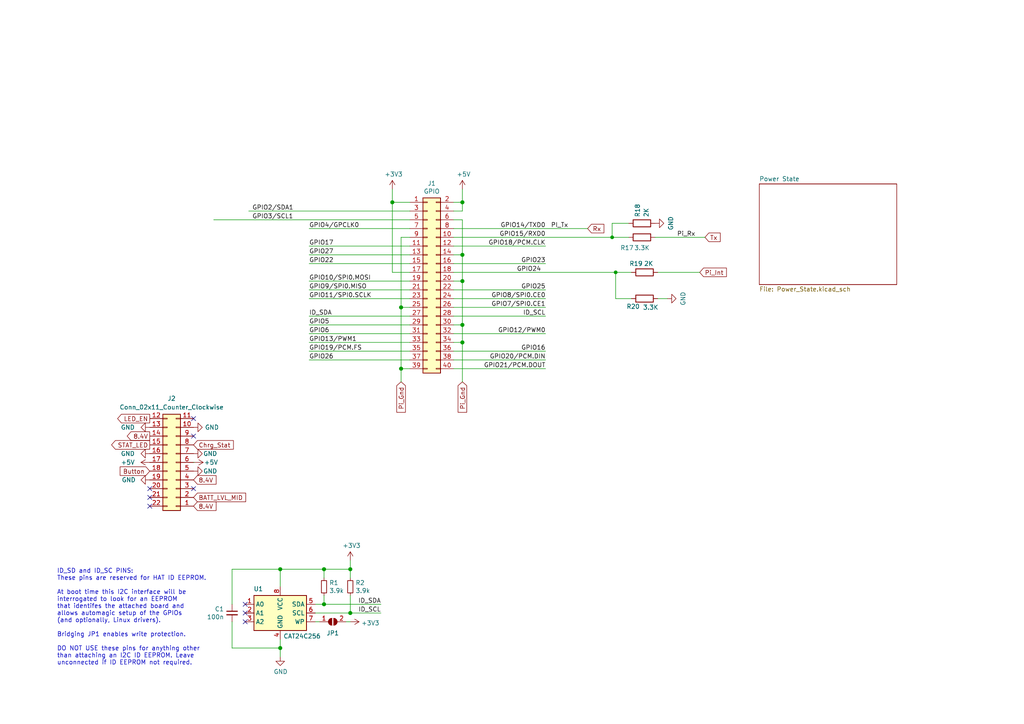
<source format=kicad_sch>
(kicad_sch (version 20230121) (generator eeschema)
  (paper "A4")
  (title_block (title "OpenActionCam") (date "2025-04-10") (rev "0.2") (company "KBader94") (comment 1 "https://github.com/kbader94/OpenActionCam"))
  (lib_symbols
    (symbol "+5V_1" (power) (pin_names (offset 0))
      (property "Value" "+5V_1" (at 0 3.556 0))
      (symbol "+5V_1_0_1"
        (polyline (pts (xy -0.762 1.27) (xy 0 2.54)))
        (polyline (pts (xy 0 0) (xy 0 2.54)))
        (polyline (pts (xy 0 2.54) (xy 0.762 1.27)))
      )
      (symbol "+5V_1_1_1"
        (pin power_in line (at 0 0 90) (length 0) hide (name "+5V") (number "1"))
      )
    )
    (symbol "Connector_Generic:Conn_02x11_Counter_Clockwise" (pin_names (offset 1.016) hide)
      (property "Reference" "J" (at 1.27 15.24 0))
      (property "Value" "Conn_02x11_Counter_Clockwise" (at 1.27 -15.24 0))
      (symbol "Conn_02x11_Counter_Clockwise_1_1"
        (rectangle (start -1.27 -12.573) (end 0 -12.827) (stroke (width 0.1524)))
        (rectangle (start -1.27 -10.033) (end 0 -10.287) (stroke (width 0.1524)))
        (rectangle (start -1.27 -7.493) (end 0 -7.747) (stroke (width 0.1524)))
        (rectangle (start -1.27 -4.953) (end 0 -5.207) (stroke (width 0.1524)))
        (rectangle (start -1.27 -2.413) (end 0 -2.667) (stroke (width 0.1524)))
        (rectangle (start -1.27 0.127) (end 0 -0.127) (stroke (width 0.1524)))
        (rectangle (start -1.27 2.667) (end 0 2.413) (stroke (width 0.1524)))
        (rectangle (start -1.27 5.207) (end 0 4.953) (stroke (width 0.1524)))
        (rectangle (start -1.27 7.747) (end 0 7.493) (stroke (width 0.1524)))
        (rectangle (start -1.27 10.287) (end 0 10.033) (stroke (width 0.1524)))
        (rectangle (start -1.27 12.827) (end 0 12.573) (stroke (width 0.1524)))
        (rectangle (start -1.27 13.97) (end 3.81 -13.97) (stroke (width 0.254)) (fill (type background)))
        (rectangle (start 3.81 -12.573) (end 2.54 -12.827) (stroke (width 0.1524)))
        (rectangle (start 3.81 -10.033) (end 2.54 -10.287) (stroke (width 0.1524)))
        (rectangle (start 3.81 -7.493) (end 2.54 -7.747) (stroke (width 0.1524)))
        (rectangle (start 3.81 -4.953) (end 2.54 -5.207) (stroke (width 0.1524)))
        (rectangle (start 3.81 -2.413) (end 2.54 -2.667) (stroke (width 0.1524)))
        (rectangle (start 3.81 0.127) (end 2.54 -0.127) (stroke (width 0.1524)))
        (rectangle (start 3.81 2.667) (end 2.54 2.413) (stroke (width 0.1524)))
        (rectangle (start 3.81 5.207) (end 2.54 4.953) (stroke (width 0.1524)))
        (rectangle (start 3.81 7.747) (end 2.54 7.493) (stroke (width 0.1524)))
        (rectangle (start 3.81 10.287) (end 2.54 10.033) (stroke (width 0.1524)))
        (rectangle (start 3.81 12.827) (end 2.54 12.573) (stroke (width 0.1524)))
        (pin passive line (at -5.08 12.7 0) (length 3.81) (name "Pin_1") (number "1"))
        (pin passive line (at -5.08 -10.16 0) (length 3.81) (name "Pin_10") (number "10"))
        (pin passive line (at -5.08 -12.7 0) (length 3.81) (name "Pin_11") (number "11"))
        (pin passive line (at 7.62 -12.7 180) (length 3.81) (name "Pin_12") (number "12"))
        (pin passive line (at 7.62 -10.16 180) (length 3.81) (name "Pin_13") (number "13"))
        (pin passive line (at 7.62 -7.62 180) (length 3.81) (name "Pin_14") (number "14"))
        (pin passive line (at 7.62 -5.08 180) (length 3.81) (name "Pin_15") (number "15"))
        (pin passive line (at 7.62 -2.54 180) (length 3.81) (name "Pin_16") (number "16"))
        (pin passive line (at 7.62 0 180) (length 3.81) (name "Pin_17") (number "17"))
        (pin passive line (at 7.62 2.54 180) (length 3.81) (name "Pin_18") (number "18"))
        (pin passive line (at 7.62 5.08 180) (length 3.81) (name "Pin_19") (number "19"))
        (pin passive line (at -5.08 10.16 0) (length 3.81) (name "Pin_2") (number "2"))
        (pin passive line (at 7.62 7.62 180) (length 3.81) (name "Pin_20") (number "20"))
        (pin passive line (at 7.62 10.16 180) (length 3.81) (name "Pin_21") (number "21"))
        (pin passive line (at 7.62 12.7 180) (length 3.81) (name "Pin_22") (number "22"))
        (pin passive line (at -5.08 7.62 0) (length 3.81) (name "Pin_3") (number "3"))
        (pin passive line (at -5.08 5.08 0) (length 3.81) (name "Pin_4") (number "4"))
        (pin passive line (at -5.08 2.54 0) (length 3.81) (name "Pin_5") (number "5"))
        (pin passive line (at -5.08 0 0) (length 3.81) (name "Pin_6") (number "6"))
        (pin passive line (at -5.08 -2.54 0) (length 3.81) (name "Pin_7") (number "7"))
        (pin passive line (at -5.08 -5.08 0) (length 3.81) (name "Pin_8") (number "8"))
        (pin passive line (at -5.08 -7.62 0) (length 3.81) (name "Pin_9") (number "9"))
      )
    )
    (symbol "Connector_Generic:Conn_02x20_Odd_Even" (pin_names (offset 1.016) hide)
      (property "Reference" "J" (at 1.27 25.4 0))
      (property "Value" "Conn_02x20_Odd_Even" (at 1.27 -27.94 0))
      (symbol "Conn_02x20_Odd_Even_1_1"
        (rectangle (start -1.27 -25.273) (end 0 -25.527) (stroke (width 0.1524)))
        (rectangle (start -1.27 -22.733) (end 0 -22.987) (stroke (width 0.1524)))
        (rectangle (start -1.27 -20.193) (end 0 -20.447) (stroke (width 0.1524)))
        (rectangle (start -1.27 -17.653) (end 0 -17.907) (stroke (width 0.1524)))
        (rectangle (start -1.27 -15.113) (end 0 -15.367) (stroke (width 0.1524)))
        (rectangle (start -1.27 -12.573) (end 0 -12.827) (stroke (width 0.1524)))
        (rectangle (start -1.27 -10.033) (end 0 -10.287) (stroke (width 0.1524)))
        (rectangle (start -1.27 -7.493) (end 0 -7.747) (stroke (width 0.1524)))
        (rectangle (start -1.27 -4.953) (end 0 -5.207) (stroke (width 0.1524)))
        (rectangle (start -1.27 -2.413) (end 0 -2.667) (stroke (width 0.1524)))
        (rectangle (start -1.27 0.127) (end 0 -0.127) (stroke (width 0.1524)))
        (rectangle (start -1.27 2.667) (end 0 2.413) (stroke (width 0.1524)))
        (rectangle (start -1.27 5.207) (end 0 4.953) (stroke (width 0.1524)))
        (rectangle (start -1.27 7.747) (end 0 7.493) (stroke (width 0.1524)))
        (rectangle (start -1.27 10.287) (end 0 10.033) (stroke (width 0.1524)))
        (rectangle (start -1.27 12.827) (end 0 12.573) (stroke (width 0.1524)))
        (rectangle (start -1.27 15.367) (end 0 15.113) (stroke (width 0.1524)))
        (rectangle (start -1.27 17.907) (end 0 17.653) (stroke (width 0.1524)))
        (rectangle (start -1.27 20.447) (end 0 20.193) (stroke (width 0.1524)))
        (rectangle (start -1.27 22.987) (end 0 22.733) (stroke (width 0.1524)))
        (rectangle (start -1.27 24.13) (end 3.81 -26.67) (stroke (width 0.254)) (fill (type background)))
        (rectangle (start 3.81 -25.273) (end 2.54 -25.527) (stroke (width 0.1524)))
        (rectangle (start 3.81 -22.733) (end 2.54 -22.987) (stroke (width 0.1524)))
        (rectangle (start 3.81 -20.193) (end 2.54 -20.447) (stroke (width 0.1524)))
        (rectangle (start 3.81 -17.653) (end 2.54 -17.907) (stroke (width 0.1524)))
        (rectangle (start 3.81 -15.113) (end 2.54 -15.367) (stroke (width 0.1524)))
        (rectangle (start 3.81 -12.573) (end 2.54 -12.827) (stroke (width 0.1524)))
        (rectangle (start 3.81 -10.033) (end 2.54 -10.287) (stroke (width 0.1524)))
        (rectangle (start 3.81 -7.493) (end 2.54 -7.747) (stroke (width 0.1524)))
        (rectangle (start 3.81 -4.953) (end 2.54 -5.207) (stroke (width 0.1524)))
        (rectangle (start 3.81 -2.413) (end 2.54 -2.667) (stroke (width 0.1524)))
        (rectangle (start 3.81 0.127) (end 2.54 -0.127) (stroke (width 0.1524)))
        (rectangle (start 3.81 2.667) (end 2.54 2.413) (stroke (width 0.1524)))
        (rectangle (start 3.81 5.207) (end 2.54 4.953) (stroke (width 0.1524)))
        (rectangle (start 3.81 7.747) (end 2.54 7.493) (stroke (width 0.1524)))
        (rectangle (start 3.81 10.287) (end 2.54 10.033) (stroke (width 0.1524)))
        (rectangle (start 3.81 12.827) (end 2.54 12.573) (stroke (width 0.1524)))
        (rectangle (start 3.81 15.367) (end 2.54 15.113) (stroke (width 0.1524)))
        (rectangle (start 3.81 17.907) (end 2.54 17.653) (stroke (width 0.1524)))
        (rectangle (start 3.81 20.447) (end 2.54 20.193) (stroke (width 0.1524)))
        (rectangle (start 3.81 22.987) (end 2.54 22.733) (stroke (width 0.1524)))
        (pin passive line (at -5.08 22.86 0) (length 3.81) (name "Pin_1") (number "1"))
        (pin passive line (at 7.62 12.7 180) (length 3.81) (name "Pin_10") (number "10"))
        (pin passive line (at -5.08 10.16 0) (length 3.81) (name "Pin_11") (number "11"))
        (pin passive line (at 7.62 10.16 180) (length 3.81) (name "Pin_12") (number "12"))
        (pin passive line (at -5.08 7.62 0) (length 3.81) (name "Pin_13") (number "13"))
        (pin passive line (at 7.62 7.62 180) (length 3.81) (name "Pin_14") (number "14"))
        (pin passive line (at -5.08 5.08 0) (length 3.81) (name "Pin_15") (number "15"))
        (pin passive line (at 7.62 5.08 180) (length 3.81) (name "Pin_16") (number "16"))
        (pin passive line (at -5.08 2.54 0) (length 3.81) (name "Pin_17") (number "17"))
        (pin passive line (at 7.62 2.54 180) (length 3.81) (name "Pin_18") (number "18"))
        (pin passive line (at -5.08 0 0) (length 3.81) (name "Pin_19") (number "19"))
        (pin passive line (at 7.62 22.86 180) (length 3.81) (name "Pin_2") (number "2"))
        (pin passive line (at 7.62 0 180) (length 3.81) (name "Pin_20") (number "20"))
        (pin passive line (at -5.08 -2.54 0) (length 3.81) (name "Pin_21") (number "21"))
        (pin passive line (at 7.62 -2.54 180) (length 3.81) (name "Pin_22") (number "22"))
        (pin passive line (at -5.08 -5.08 0) (length 3.81) (name "Pin_23") (number "23"))
        (pin passive line (at 7.62 -5.08 180) (length 3.81) (name "Pin_24") (number "24"))
        (pin passive line (at -5.08 -7.62 0) (length 3.81) (name "Pin_25") (number "25"))
        (pin passive line (at 7.62 -7.62 180) (length 3.81) (name "Pin_26") (number "26"))
        (pin passive line (at -5.08 -10.16 0) (length 3.81) (name "Pin_27") (number "27"))
        (pin passive line (at 7.62 -10.16 180) (length 3.81) (name "Pin_28") (number "28"))
        (pin passive line (at -5.08 -12.7 0) (length 3.81) (name "Pin_29") (number "29"))
        (pin passive line (at -5.08 20.32 0) (length 3.81) (name "Pin_3") (number "3"))
        (pin passive line (at 7.62 -12.7 180) (length 3.81) (name "Pin_30") (number "30"))
        (pin passive line (at -5.08 -15.24 0) (length 3.81) (name "Pin_31") (number "31"))
        (pin passive line (at 7.62 -15.24 180) (length 3.81) (name "Pin_32") (number "32"))
        (pin passive line (at -5.08 -17.78 0) (length 3.81) (name "Pin_33") (number "33"))
        (pin passive line (at 7.62 -17.78 180) (length 3.81) (name "Pin_34") (number "34"))
        (pin passive line (at -5.08 -20.32 0) (length 3.81) (name "Pin_35") (number "35"))
        (pin passive line (at 7.62 -20.32 180) (length 3.81) (name "Pin_36") (number "36"))
        (pin passive line (at -5.08 -22.86 0) (length 3.81) (name "Pin_37") (number "37"))
        (pin passive line (at 7.62 -22.86 180) (length 3.81) (name "Pin_38") (number "38"))
        (pin passive line (at -5.08 -25.4 0) (length 3.81) (name "Pin_39") (number "39"))
        (pin passive line (at 7.62 20.32 180) (length 3.81) (name "Pin_4") (number "4"))
        (pin passive line (at 7.62 -25.4 180) (length 3.81) (name "Pin_40") (number "40"))
        (pin passive line (at -5.08 17.78 0) (length 3.81) (name "Pin_5") (number "5"))
        (pin passive line (at 7.62 17.78 180) (length 3.81) (name "Pin_6") (number "6"))
        (pin passive line (at -5.08 15.24 0) (length 3.81) (name "Pin_7") (number "7"))
        (pin passive line (at 7.62 15.24 180) (length 3.81) (name "Pin_8") (number "8"))
        (pin passive line (at -5.08 12.7 0) (length 3.81) (name "Pin_9") (number "9"))
      )
    )
    (symbol "Device:C_Small" (pin_numbers hide) (pin_names (offset 0.254) hide)
      (property "Reference" "C" (at 0.254 1.778 0))
      (property "Value" "C_Small" (at 0.254 -2.032 0))
      (symbol "C_Small_0_1"
        (polyline (pts (xy -1.524 -0.508) (xy 1.524 -0.508)) (stroke (width 0.3302)))
        (polyline (pts (xy -1.524 0.508) (xy 1.524 0.508)) (stroke (width 0.3048)))
      )
      (symbol "C_Small_1_1"
        (pin passive line (at 0 2.54 270) (length 2.032) (name "~") (number "1"))
        (pin passive line (at 0 -2.54 90) (length 2.032) (name "~") (number "2"))
      )
    )
    (symbol "Device:R" (pin_numbers hide) (pin_names (offset 0))
      (property "Reference" "R" (at 2.032 0 90))
      (property "Value" "R" (at 0 0 90))
      (symbol "R_0_1"
        (rectangle (start -1.016 -2.54) (end 1.016 2.54) (stroke (width 0.254)))
      )
      (symbol "R_1_1"
        (pin passive line (at 0 3.81 270) (length 1.27) (name "~") (number "1"))
        (pin passive line (at 0 -3.81 90) (length 1.27) (name "~") (number "2"))
      )
    )
    (symbol "Device:R_Small" (pin_numbers hide) (pin_names (offset 0.254) hide)
      (property "Reference" "R" (at 0.762 0.508 0))
      (property "Value" "R_Small" (at 0.762 -1.016 0))
      (symbol "R_Small_0_1"
        (rectangle (start -0.762 1.778) (end 0.762 -1.778) (stroke (width 0.2032)))
      )
      (symbol "R_Small_1_1"
        (pin passive line (at 0 2.54 270) (length 0.762) (name "~") (number "1"))
        (pin passive line (at 0 -2.54 90) (length 0.762) (name "~") (number "2"))
      )
    )
    (symbol "GND_1" (power) (pin_names (offset 0))
      (property "Value" "GND_1" (at 0 -3.81 0))
      (symbol "GND_1_0_1"
        (polyline (pts (xy 0 0) (xy 0 -1.27) (xy 1.27 -1.27) (xy 0 -2.54) (xy -1.27 -1.27) (xy 0 -1.27)))
      )
      (symbol "GND_1_1_1"
        (pin power_in line (at 0 0 270) (length 0) hide (name "GND") (number "1"))
      )
    )
    (symbol "GND_2" (power) (pin_names (offset 0))
      (property "Value" "GND_2" (at 0 -3.81 0))
      (symbol "GND_2_0_1"
        (polyline (pts (xy 0 0) (xy 0 -1.27) (xy 1.27 -1.27) (xy 0 -2.54) (xy -1.27 -1.27) (xy 0 -1.27)))
      )
      (symbol "GND_2_1_1"
        (pin power_in line (at 0 0 270) (length 0) hide (name "GND") (number "1"))
      )
    )
    (symbol "Jumper:SolderJumper_2_Open" (pin_names (offset 0) hide)
      (property "Reference" "JP" (at 0 2.032 0))
      (property "Value" "SolderJumper_2_Open" (at 0 -2.54 0))
      (symbol "SolderJumper_2_Open_0_1"
        (arc (start -0.254 1.016) (mid -1.2656 0) (end -0.254 -1.016))
        (arc (start -0.254 1.016) (mid -1.2656 0) (end -0.254 -1.016) (fill (type outline)))
        (polyline (pts (xy -0.254 1.016) (xy -0.254 -1.016)))
        (polyline (pts (xy 0.254 1.016) (xy 0.254 -1.016)))
        (arc (start 0.254 -1.016) (mid 1.2656 0) (end 0.254 1.016))
        (arc (start 0.254 -1.016) (mid 1.2656 0) (end 0.254 1.016) (fill (type outline)))
      )
      (symbol "SolderJumper_2_Open_1_1"
        (pin passive line (at -3.81 0 0) (length 2.54) (name "A") (number "1"))
        (pin passive line (at 3.81 0 180) (length 2.54) (name "B") (number "2"))
      )
    )
    (symbol "Memory_EEPROM:CAT24C256"
      (property "Reference" "U" (at -6.35 6.35 0))
      (property "Value" "CAT24C256" (at 1.27 6.35 0))
      (symbol "CAT24C256_1_1"
        (rectangle (start -7.62 5.08) (end 7.62 -5.08) (stroke (width 0.254)) (fill (type background)))
        (pin input line (at -10.16 2.54 0) (length 2.54) (name "A0") (number "1"))
        (pin input line (at -10.16 0 0) (length 2.54) (name "A1") (number "2"))
        (pin input line (at -10.16 -2.54 0) (length 2.54) (name "A2") (number "3"))
        (pin power_in line (at 0 -7.62 90) (length 2.54) (name "GND") (number "4"))
        (pin bidirectional line (at 10.16 2.54 180) (length 2.54) (name "SDA") (number "5"))
        (pin input line (at 10.16 0 180) (length 2.54) (name "SCL") (number "6"))
        (pin input line (at 10.16 -2.54 180) (length 2.54) (name "WP") (number "7"))
        (pin power_in line (at 0 7.62 270) (length 2.54) (name "VCC") (number "8"))
      )
    )
    (symbol "power:+3.3V" (power) (pin_names (offset 0))
      (property "Value" "+3.3V" (at 0 3.556 0))
      (symbol "+3.3V_0_1"
        (polyline (pts (xy -0.762 1.27) (xy 0 2.54)))
        (polyline (pts (xy 0 0) (xy 0 2.54)))
        (polyline (pts (xy 0 2.54) (xy 0.762 1.27)))
      )
      (symbol "+3.3V_1_1"
        (pin power_in line (at 0 0 90) (length 0) hide (name "+3V3") (number "1"))
      )
    )
    (symbol "power:+5V" (power) (pin_names (offset 0))
      (property "Value" "+5V" (at 0 3.556 0))
      (symbol "+5V_0_1"
        (polyline (pts (xy -0.762 1.27) (xy 0 2.54)))
        (polyline (pts (xy 0 0) (xy 0 2.54)))
        (polyline (pts (xy 0 2.54) (xy 0.762 1.27)))
      )
      (symbol "+5V_1_1"
        (pin power_in line (at 0 0 90) (length 0) hide (name "+5V") (number "1"))
      )
    )
    (symbol "power:GND" (power) (pin_names (offset 0))
      (property "Value" "GND" (at 0 -3.81 0))
      (symbol "GND_0_1"
        (polyline (pts (xy 0 0) (xy 0 -1.27) (xy 1.27 -1.27) (xy 0 -2.54) (xy -1.27 -1.27) (xy 0 -1.27)))
      )
      (symbol "GND_1_1"
        (pin power_in line (at 0 0 270) (length 0) hide (name "GND") (number "1"))
      )
    )
  )
  (junction (at 134.112 94.234) (diameter 1.016))
  (junction (at 101.6 165.1) (diameter 1.016))
  (junction (at 113.792 58.674) (diameter 1.016))
  (junction (at 134.112 99.314) (diameter 1.016))
  (junction (at 93.98 175.26) (diameter 1.016))
  (junction (at 116.332 89.154) (diameter 1.016))
  (junction (at 178.562 78.994))
  (junction (at 134.112 81.534) (diameter 1.016))
  (junction (at 134.112 73.914) (diameter 1.016))
  (junction (at 93.98 165.1) (diameter 1.016))
  (junction (at 81.28 187.96) (diameter 1.016))
  (junction (at 81.28 165.1) (diameter 1.016))
  (junction (at 177.546 68.834))
  (junction (at 116.332 106.934) (diameter 1.016))
  (junction (at 134.112 58.674) (diameter 1.016))
  (junction (at 101.6 177.8) (diameter 1.016))
  (no_connect (at 71.12 175.26))
  (no_connect (at 71.12 177.8))
  (no_connect (at 71.12 180.34))
  (no_connect (at 56.134 126.492))
  (no_connect (at 43.434 146.812))
  (no_connect (at 56.134 121.412))
  (no_connect (at 43.434 141.732))
  (no_connect (at 43.434 144.272))
  (no_connect (at 56.134 141.732))
  (wire (pts (xy 116.332 89.154) (xy 116.332 106.934)))
  (wire (pts (xy 131.572 89.154) (xy 158.242 89.154)))
  (wire (pts (xy 190.754 78.994) (xy 202.946 78.994)))
  (wire (pts (xy 118.872 71.374) (xy 89.662 71.374)))
  (wire (pts (xy 81.28 165.1) (xy 93.98 165.1)))
  (wire (pts (xy 101.6 165.1) (xy 93.98 165.1)))
  (wire (pts (xy 101.6 167.64) (xy 101.6 165.1)))
  (wire (pts (xy 134.112 63.754) (xy 134.112 73.914)))
  (wire (pts (xy 134.112 81.534) (xy 131.572 81.534)))
  (wire (pts (xy 134.112 94.234) (xy 134.112 99.314)))
  (wire (pts (xy 134.112 81.534) (xy 134.112 94.234)))
  (wire (pts (xy 131.572 66.294) (xy 170.434 66.294)))
  (wire (pts (xy 116.332 68.834) (xy 116.332 89.154)))
  (wire (pts (xy 91.44 175.26) (xy 93.98 175.26)))
  (wire (pts (xy 93.98 175.26) (xy 110.49 175.26)))
  (wire (pts (xy 116.332 68.834) (xy 118.872 68.834)))
  (wire (pts (xy 91.44 180.34) (xy 92.71 180.34)))
  (wire (pts (xy 100.33 180.34) (xy 101.6 180.34)))
  (wire (pts (xy 131.572 86.614) (xy 158.242 86.614)))
  (wire (pts (xy 118.872 91.694) (xy 89.662 91.694)))
  (wire (pts (xy 178.562 86.614) (xy 178.562 78.994)))
  (wire (pts (xy 89.662 94.234) (xy 118.872 94.234)))
  (wire (pts (xy 116.332 89.154) (xy 118.872 89.154)))
  (wire (pts (xy 101.6 162.56) (xy 101.6 165.1)))
  (wire (pts (xy 131.572 76.454) (xy 158.242 76.454)))
  (wire (pts (xy 81.28 165.1) (xy 81.28 170.18)))
  (wire (pts (xy 131.572 106.934) (xy 158.242 106.934)))
  (wire (pts (xy 116.332 106.934) (xy 116.332 110.744)))
  (wire (pts (xy 89.662 73.914) (xy 118.872 73.914)))
  (wire (pts (xy 101.6 172.72) (xy 101.6 177.8)))
  (wire (pts (xy 113.792 54.864) (xy 113.792 58.674)))
  (wire (pts (xy 134.112 99.314) (xy 131.572 99.314)))
  (wire (pts (xy 182.372 64.77) (xy 177.546 64.77)))
  (wire (pts (xy 89.662 86.614) (xy 118.872 86.614)))
  (wire (pts (xy 113.792 78.994) (xy 118.872 78.994)))
  (wire (pts (xy 134.112 58.674) (xy 134.112 61.214)))
  (wire (pts (xy 134.112 73.914) (xy 134.112 81.534)))
  (wire (pts (xy 131.572 71.374) (xy 158.242 71.374)))
  (wire (pts (xy 134.112 73.914) (xy 131.572 73.914)))
  (wire (pts (xy 134.112 54.864) (xy 134.112 58.674)))
  (wire (pts (xy 89.662 66.294) (xy 118.872 66.294)))
  (wire (pts (xy 93.98 165.1) (xy 93.98 167.64)))
  (wire (pts (xy 134.112 58.674) (xy 131.572 58.674)))
  (wire (pts (xy 113.792 58.674) (xy 113.792 78.994)))
  (wire (pts (xy 93.98 172.72) (xy 93.98 175.26)))
  (wire (pts (xy 91.44 177.8) (xy 101.6 177.8)))
  (wire (pts (xy 101.6 177.8) (xy 110.49 177.8)))
  (wire (pts (xy 89.662 76.454) (xy 118.872 76.454)))
  (wire (pts (xy 89.662 84.074) (xy 118.872 84.074)))
  (wire (pts (xy 89.662 96.774) (xy 118.872 96.774)))
  (wire (pts (xy 177.546 64.77) (xy 177.546 68.834)))
  (wire (pts (xy 56.134 134.112) (xy 56.388 134.112)))
  (wire (pts (xy 134.112 61.214) (xy 131.572 61.214)))
  (wire (pts (xy 189.992 68.834) (xy 204.47 68.834)))
  (wire (pts (xy 89.662 101.854) (xy 118.872 101.854)))
  (wire (pts (xy 131.572 101.854) (xy 158.242 101.854)))
  (wire (pts (xy 131.572 96.774) (xy 158.242 96.774)))
  (wire (pts (xy 116.332 106.934) (xy 118.872 106.934)))
  (wire (pts (xy 131.572 104.394) (xy 158.242 104.394)))
  (wire (pts (xy 182.372 68.834) (xy 177.546 68.834)))
  (wire (pts (xy 134.112 63.754) (xy 131.572 63.754)))
  (wire (pts (xy 89.662 104.394) (xy 118.872 104.394)))
  (wire (pts (xy 178.562 78.994) (xy 183.134 78.994)))
  (wire (pts (xy 118.872 61.214) (xy 72.136 61.214)))
  (wire (pts (xy 131.572 78.994) (xy 178.562 78.994)))
  (wire (pts (xy 67.31 165.1) (xy 67.31 175.26)))
  (wire (pts (xy 67.31 180.34) (xy 67.31 187.96)))
  (wire (pts (xy 67.31 187.96) (xy 81.28 187.96)))
  (wire (pts (xy 81.28 165.1) (xy 67.31 165.1)))
  (wire (pts (xy 61.976 63.754) (xy 118.872 63.754)))
  (wire (pts (xy 81.28 185.42) (xy 81.28 187.96)))
  (wire (pts (xy 81.28 187.96) (xy 81.28 190.5)))
  (wire (pts (xy 131.572 68.834) (xy 177.546 68.834)))
  (wire (pts (xy 134.112 99.314) (xy 134.112 110.744)))
  (wire (pts (xy 131.572 84.074) (xy 158.242 84.074)))
  (wire (pts (xy 118.872 99.314) (xy 89.662 99.314)))
  (wire (pts (xy 193.548 86.614) (xy 190.754 86.614)))
  (wire (pts (xy 134.112 94.234) (xy 131.572 94.234)))
  (wire (pts (xy 113.792 58.674) (xy 118.872 58.674)))
  (wire (pts (xy 178.562 86.614) (xy 183.134 86.614)))
  (wire (pts (xy 118.872 81.534) (xy 89.662 81.534)))
  (wire (pts (xy 131.572 91.694) (xy 158.242 91.694)))
  (text "ID_SD and ID_SC PINS:\nThese pins are reserved for HAT ID EEPROM.\n\nAt boot time this I2C interface will be\ninterrogated to look for an EEPROM\nthat identifes the attached board and\nallows automagic setup of the GPIOs\n(and optionally, Linux drivers).\n\nBridging JP1 enables write protection.\n\nDO NOT USE these pins for anything other\nthan attaching an I2C ID EEPROM. Leave\nunconnected if ID EEPROM not required." (at 16.51 193.04 0) (effects (font (size 1.27 1.27)) (justify left bottom)))
  (label "ID_SDA" (at 89.662 91.694 0))
  (label "GPIO6" (at 89.662 96.774 0))
  (label "ID_SDA" (at 110.49 175.26 180))
  (label "ID_SCL" (at 158.242 91.694 180))
  (label "GPIO5" (at 89.662 94.234 0))
  (label "GPIO21{slash}PCM.DOUT" (at 158.242 106.934 180))
  (label "GPIO19{slash}PCM.FS" (at 89.662 101.854 0))
  (label "GPIO10{slash}SPI0.MOSI" (at 89.662 81.534 0))
  (label "Pi_Rx" (at 196.342 68.834 0))
  (label "GPIO9{slash}SPI0.MISO" (at 89.662 84.074 0))
  (label "GPIO23" (at 158.242 76.454 180))
  (label "GPIO4{slash}GPCLK0" (at 89.662 66.294 0))
  (label "GPIO27" (at 89.662 73.914 0))
  (label "GPIO26" (at 89.662 104.394 0))
  (label "GPIO14{slash}TXD0" (at 158.242 66.294 180))
  (label "GPIO8{slash}SPI0.CE0" (at 158.242 86.614 180))
  (label "GPIO15{slash}RXD0" (at 158.242 68.834 180))
  (label "GPIO16" (at 158.242 101.854 180))
  (label "GPIO22" (at 89.662 76.454 0))
  (label "GPIO2{slash}SDA1" (at 73.152 61.214 0))
  (label "GPIO17" (at 89.662 71.374 0))
  (label "GPIO25" (at 158.242 84.074 180))
  (label "GPIO3{slash}SCL1" (at 73.152 63.754 0))
  (label "GPIO18{slash}PCM.CLK" (at 158.242 71.374 180))
  (label "GPIO12{slash}PWM0" (at 158.242 96.774 180))
  (label "GPIO13{slash}PWM1" (at 89.662 99.314 0))
  (label "GPIO20{slash}PCM.DIN" (at 158.242 104.394 180))
  (label "GPIO24" (at 156.972 78.994 180))
  (label "GPIO7{slash}SPI0.CE1" (at 158.242 89.154 180))
  (label "ID_SCL" (at 110.49 177.8 180))
  (label "PI_Tx" (at 159.766 66.294 0))
  (label "GPIO11{slash}SPI0.SCLK" (at 89.662 86.614 0))
  (global_label "Button" (shape input) (at 43.434 136.652 180) (property "Intersheetrefs" "${INTERSHEET_REFS}" (effects hide)))
  (global_label "Pi_Gnd" (shape input) (at 134.112 110.744 270) (property "Intersheetrefs" "${INTERSHEET_REFS}" (effects hide)))
  (global_label "8.4V" (shape input) (at 56.134 146.812 0) (property "Intersheetrefs" "${INTERSHEET_REFS}" (effects hide)))
  (global_label "8.4V" (shape input) (at 56.134 139.192 0) (property "Intersheetrefs" "${INTERSHEET_REFS}" (effects hide)))
  (global_label "STAT_LED" (shape output) (at 43.434 129.032 180) (property "Intersheetrefs" "${INTERSHEET_REFS}" (effects hide)))
  (global_label "Chrg_Stat" (shape input) (at 56.134 129.032 0) (property "Intersheetrefs" "${INTERSHEET_REFS}" (effects hide)))
  (global_label "Rx" (shape input) (at 170.434 66.294 0) (property "Intersheetrefs" "${INTERSHEET_REFS}" (effects hide)))
  (global_label "8.4V" (shape output) (at 43.434 126.492 180) (property "Intersheetrefs" "${INTERSHEET_REFS}" (effects hide)))
  (global_label "Pi_Int" (shape input) (at 202.946 78.994 0) (property "Intersheetrefs" "${INTERSHEET_REFS}" (effects hide)))
  (global_label "LED_EN" (shape output) (at 43.434 121.412 180) (property "Intersheetrefs" "${INTERSHEET_REFS}" (effects hide)))
  (global_label "BATT_LVL_MID" (shape input) (at 56.134 144.272 0) (property "Intersheetrefs" "${INTERSHEET_REFS}" (effects hide)))
  (global_label "Pi_Gnd" (shape input) (at 116.332 110.744 270) (property "Intersheetrefs" "${INTERSHEET_REFS}" (effects hide)))
  (global_label "Tx" (shape input) (at 204.47 68.834 0) (property "Intersheetrefs" "${INTERSHEET_REFS}" (effects hide)))
  (symbol (lib_id "power:+5V") (at 134.112 54.864 0) (unit 1)
    (property "Reference" "#PWR01" (effects hide))
    (property "Value" "+5V" (at 134.4803 50.5396 0))
  )
  (symbol (lib_id "power:+3.3V") (at 113.792 54.864 0) (unit 1)
    (property "Reference" "#PWR04" (effects hide))
    (property "Value" "+3.3V" (at 114.1603 50.5396 0))
  )
  (symbol (lib_id "Connector_Generic:Conn_02x20_Odd_Even") (at 123.952 81.534 0) (unit 1)
    (property "Reference" "J1" (at 125.222 53.1938 0))
    (property "Value" "GPIO" (at 125.222 55.499 0))
    (property "Footprint" "Module:Raspberry_Pi_Zero_Socketed_THT_FaceDown_MountingHoles" (effects hide))
  )
  (symbol (lib_id "power:GND") (at 56.134 136.652 90) (unit 1)
    (property "Reference" "#PWR060" (effects hide))
    (property "Value" "GND" (at 60.96 136.652 90))
  )
  (symbol (lib_id "Device:R") (at 186.182 68.834 270) (unit 1)
    (property "Reference" "R17" (at 181.864 71.882 90))
    (property "Value" "3.3K" (at 186.182 71.882 90))
    (property "Footprint" "Resistor_SMD:R_0603_1608Metric_Pad0.98x0.95mm_HandSolder" (effects hide))
  )
  (symbol (lib_id "Device:C_Small") (at 67.31 177.8 0) (unit 1)
    (property "Reference" "C1" (at 64.9858 176.6506 0) (effects (justify right)))
    (property "Value" "100n" (at 64.9858 178.9493 0) (effects (justify right)))
    (property "Footprint" "Capacitor_SMD:C_0603_1608Metric_Pad1.08x0.95mm_HandSolder" (effects hide))
  )
  (symbol (lib_id "Device:R_Small") (at 93.98 170.18 0) (unit 1)
    (property "Reference" "R1" (at 95.4786 169.037 0) (effects (justify left)))
    (property "Value" "3.9k" (at 95.4787 171.3293 0) (effects (justify left)))
    (property "Footprint" "Resistor_SMD:R_0603_1608Metric_Pad0.98x0.95mm_HandSolder" (effects hide))
  )
  (symbol (lib_id "power:GND") (at 43.434 131.572 270) (mirror x) (unit 1)
    (property "Reference" "#PWR067" (effects hide))
    (property "Value" "GND" (at 39.116 131.572 90) (effects (justify right)))
  )
  (symbol (lib_id "power:GND") (at 56.134 123.952 90) (unit 1)
    (property "Reference" "#PWR066" (effects hide))
    (property "Value" "GND" (at 61.468 123.952 90))
  )
  (symbol (lib_name "+5V_1") (lib_id "power:+5V") (at 43.434 134.112 90) (mirror x) (unit 1)
    (property "Reference" "#PWR07" (effects hide))
    (property "Value" "+5V" (at 39.116 134.112 90) (effects (justify left)))
  )
  (symbol (lib_id "Jumper:SolderJumper_2_Open") (at 96.52 180.34 0) (unit 1)
    (property "Reference" "JP1" (at 96.52 183.623 0))
    (property "Value" "ID_WP" (effects hide))
    (property "Footprint" "Jumper:SolderJumper-2_P1.3mm_Open_Pad1.0x1.5mm" (effects hide))
  )
  (symbol (lib_id "Device:R") (at 186.944 78.994 270) (unit 1)
    (property "Reference" "R20" (at 183.642 88.9 90))
    (property "Value" "3.3K" (at 188.722 89.154 90))
    (property "Footprint" "Resistor_SMD:R_0603_1608Metric_Pad0.98x0.95mm_HandSolder" (effects hide))
  )
  (symbol (lib_id "Device:R_Small") (at 101.6 170.18 0) (unit 1)
    (property "Reference" "R2" (at 103.0986 169.037 0) (effects (justify left)))
    (property "Value" "3.9k" (at 103.0987 171.3293 0) (effects (justify left)))
    (property "Footprint" "Resistor_SMD:R_0603_1608Metric_Pad0.98x0.95mm_HandSolder" (effects hide))
  )
  (symbol (lib_id "power:+3.3V") (at 101.6 162.56 0) (unit 1)
    (property "Reference" "#PWR0101" (effects hide))
    (property "Value" "+3.3V" (at 101.9683 158.2356 0))
  )
  (symbol (lib_id "Device:R") (at 186.182 64.77 90) (unit 1)
    (property "Reference" "R18" (at 184.912 62.992 0) (effects (justify left)))
    (property "Value" "2K" (at 187.452 62.992 0) (effects (justify left)))
    (property "Footprint" "Resistor_SMD:R_0603_1608Metric_Pad0.98x0.95mm_HandSolder" (effects hide))
  )
  (symbol (lib_id "Memory_EEPROM:CAT24C256") (at 81.28 177.8 0) (unit 1)
    (property "Reference" "U1" (at 74.93 170.7958 0))
    (property "Value" "CAT24C256" (at 87.63 184.5245 0))
    (property "Footprint" "CAT24C256WI-GT3:SOIC127P600X175-8N" (effects hide))
    (property "Datasheet" "https://www.onsemi.cn/PowerSolutions/document/CAT24C256-D.PDF" (effects hide))
  )
  (symbol (lib_id "power:GND") (at 56.134 131.572 90) (unit 1)
    (property "Reference" "#PWR064" (effects hide))
    (property "Value" "GND" (at 60.96 131.572 90))
  )
  (symbol (lib_id "power:+5V") (at 56.388 134.112 270) (unit 1)
    (property "Reference" "#PWR061" (effects hide))
    (property "Value" "+5V" (at 61.214 134.112 90))
  )
  (symbol (lib_id "Connector_Generic:Conn_02x11_Counter_Clockwise") (at 51.054 134.112 180) (unit 1)
    (property "Reference" "J2" (at 49.784 115.57 0))
    (property "Value" "Conn_02x11_Counter_Clockwise" (at 49.784 118.11 0))
    (property "Footprint" "Board:Board_outline" (effects hide))
  )
  (symbol (lib_id "Device:R") (at 186.944 86.614 90) (unit 1)
    (property "Reference" "R19" (at 186.436 76.454 90) (effects (justify left)))
    (property "Value" "2K" (at 189.484 76.454 90) (effects (justify left)))
    (property "Footprint" "Resistor_SMD:R_0603_1608Metric_Pad0.98x0.95mm_HandSolder" (effects hide))
  )
  (symbol (lib_id "power:GND") (at 81.28 190.5 0) (unit 1)
    (property "Reference" "#PWR0102" (effects hide))
    (property "Value" "GND" (at 81.3943 194.8244 0))
  )
  (symbol (lib_name "GND_2") (lib_id "power:GND") (at 43.434 139.192 270) (unit 1)
    (property "Reference" "#PWR073" (effects hide))
    (property "Value" "GND" (at 39.37 139.192 90) (effects (justify right)))
  )
  (symbol (lib_name "GND_1") (lib_id "power:GND") (at 193.548 86.614 90) (unit 1)
    (property "Reference" "#PWR038" (effects hide))
    (property "Value" "GND" (at 198.12 86.614 0))
  )
  (symbol (lib_id "power:GND") (at 43.434 123.952 270) (mirror x) (unit 1)
    (property "Reference" "#PWR05" (effects hide))
    (property "Value" "GND" (at 39.116 123.952 90) (effects (justify right)))
  )
  (symbol (lib_id "power:+3.3V") (at 101.6 180.34 270) (unit 1)
    (property "Reference" "#PWR0103" (effects hide))
    (property "Value" "+3.3V" (at 104.7751 180.7083 90) (effects (justify left)))
  )
  (symbol (lib_name "GND_1") (lib_id "power:GND") (at 189.992 64.77 90) (unit 1)
    (property "Reference" "#PWR037" (effects hide))
    (property "Value" "GND" (at 194.564 64.77 0))
  )
  (sheet (at 220.218 53.34) (size 39.878 29.21) (stroke (width 0.1524))
    (property "Sheetname" "Power State" (at 220.218 52.6284 0) (effects (justify left bottom)))
    (property "Sheetfile" "Power_State.kicad_sch" (at 220.218 83.1346 0) (effects (justify left top)))
  )
)
</source>
